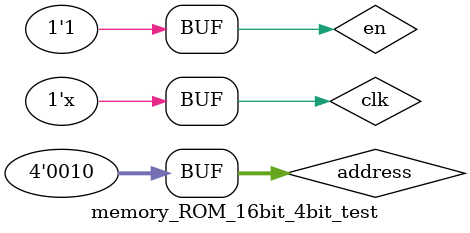
<source format=v>
`timescale 1ns / 1ps


module memory_ROM_16bit_4bit_test;

	// Inputs
	reg en;
	reg clk;
	reg [3:0] address;

	// Outputs
	wire [15:0] out;

	// Instantiate the Unit Under Test (UUT)
	memory_ROM_16bit_4bit uut (
		.en(en), 
		.clk(clk), 
		.address(address), 
		.out(out)
	);
	always #10 clk=~clk;
	
	initial begin
		// Initialize Inputs
		en = 0;
		clk = 0;
		address = 0;
		#15;
		address=1;
		#20;
		address = 6;
		en=1;
		#20
		address = 15;
		#20;
		address=3;
		#20;
		address=4;
		#20;
		address=13;
		#20;
		address=9;
		#20;
		address=8;
		#20;
		address=14;
		#20;
		address=2;
	end
      
endmodule


</source>
